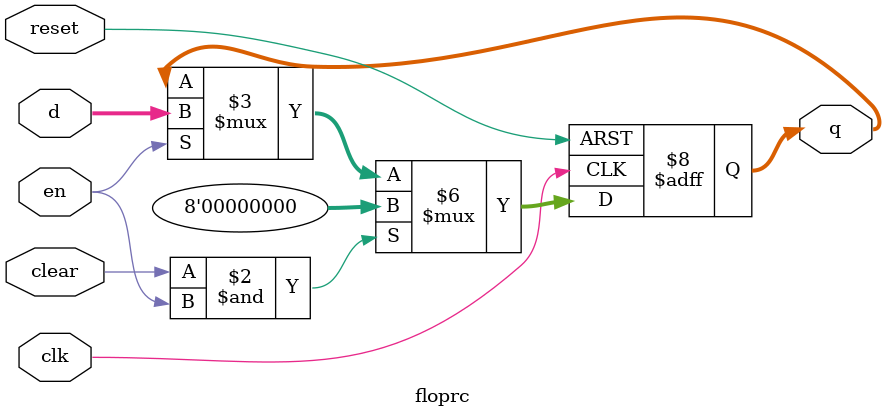
<source format=v>
`timescale 1ns / 1ps


module floprc #(parameter WIDTH = 8)(
    input clk, en, reset, clear,
    input [WIDTH-1:0] d,
    output reg[WIDTH-1:0] q
);
    always@(posedge clk, posedge reset)
        if (reset) q <= 0;
        else if (clear & en) q <= 0;
        else if (en) q <= d;
endmodule
</source>
